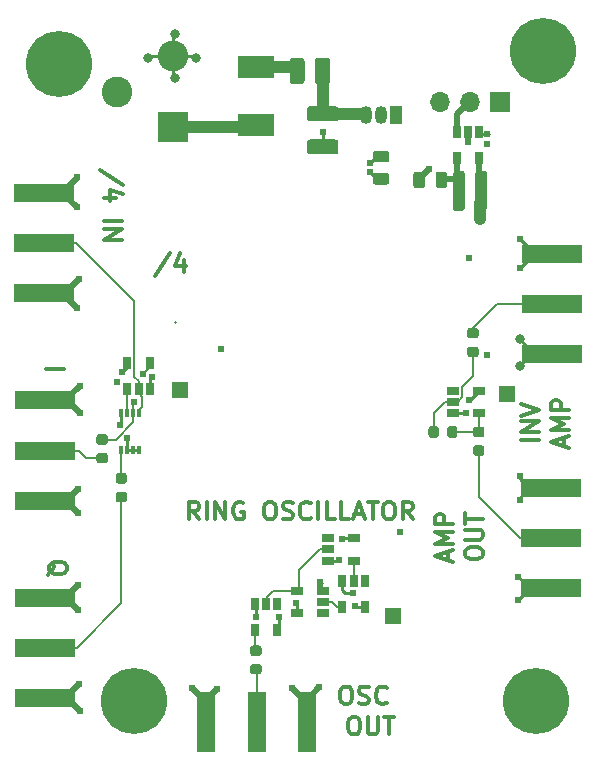
<source format=gbr>
G04 #@! TF.GenerationSoftware,KiCad,Pcbnew,(5.1.5)-3*
G04 #@! TF.CreationDate,2020-05-10T15:52:49-07:00*
G04 #@! TF.ProjectId,april_proj,61707269-6c5f-4707-926f-6a2e6b696361,rev?*
G04 #@! TF.SameCoordinates,Original*
G04 #@! TF.FileFunction,Copper,L1,Top*
G04 #@! TF.FilePolarity,Positive*
%FSLAX46Y46*%
G04 Gerber Fmt 4.6, Leading zero omitted, Abs format (unit mm)*
G04 Created by KiCad (PCBNEW (5.1.5)-3) date 2020-05-10 15:52:49*
%MOMM*%
%LPD*%
G04 APERTURE LIST*
%ADD10C,0.300000*%
%ADD11C,5.599999*%
%ADD12R,1.500000X5.080000*%
%ADD13C,0.100000*%
%ADD14R,0.650000X1.060000*%
%ADD15R,0.300000X0.800000*%
%ADD16R,5.080000X1.500000*%
%ADD17R,1.350000X1.350000*%
%ADD18O,1.700000X1.700000*%
%ADD19R,1.700000X1.700000*%
%ADD20R,1.060000X0.650000*%
%ADD21R,3.150000X1.960000*%
%ADD22C,2.600000*%
%ADD23R,2.600000X2.600000*%
%ADD24O,1.050000X1.500000*%
%ADD25R,1.050000X1.500000*%
%ADD26C,0.609600*%
%ADD27C,0.800000*%
%ADD28C,0.250000*%
%ADD29C,0.293370*%
%ADD30C,0.500000*%
%ADD31C,1.000000*%
%ADD32C,0.146812*%
G04 APERTURE END LIST*
D10*
X33053571Y-68196428D02*
X33125000Y-68053571D01*
X33267857Y-67910714D01*
X33482142Y-67696428D01*
X33553571Y-67553571D01*
X33553571Y-67410714D01*
X33196428Y-67482142D02*
X33267857Y-67339285D01*
X33410714Y-67196428D01*
X33696428Y-67125000D01*
X34196428Y-67125000D01*
X34482142Y-67196428D01*
X34625000Y-67339285D01*
X34696428Y-67482142D01*
X34696428Y-67767857D01*
X34625000Y-67910714D01*
X34482142Y-68053571D01*
X34196428Y-68125000D01*
X33696428Y-68125000D01*
X33410714Y-68053571D01*
X33267857Y-67910714D01*
X33196428Y-67767857D01*
X33196428Y-67482142D01*
X39392857Y-35164285D02*
X37464285Y-33878571D01*
X38821428Y-36307142D02*
X37821428Y-36307142D01*
X39392857Y-35950000D02*
X38321428Y-35592857D01*
X38321428Y-36521428D01*
X37821428Y-38235714D02*
X39321428Y-38235714D01*
X37821428Y-38950000D02*
X39321428Y-38950000D01*
X37821428Y-39807142D01*
X39321428Y-39807142D01*
X32896428Y-50750000D02*
X34396428Y-50750000D01*
X58171428Y-77653571D02*
X58457142Y-77653571D01*
X58600000Y-77725000D01*
X58742857Y-77867857D01*
X58814285Y-78153571D01*
X58814285Y-78653571D01*
X58742857Y-78939285D01*
X58600000Y-79082142D01*
X58457142Y-79153571D01*
X58171428Y-79153571D01*
X58028571Y-79082142D01*
X57885714Y-78939285D01*
X57814285Y-78653571D01*
X57814285Y-78153571D01*
X57885714Y-77867857D01*
X58028571Y-77725000D01*
X58171428Y-77653571D01*
X59385714Y-79082142D02*
X59600000Y-79153571D01*
X59957142Y-79153571D01*
X60100000Y-79082142D01*
X60171428Y-79010714D01*
X60242857Y-78867857D01*
X60242857Y-78725000D01*
X60171428Y-78582142D01*
X60100000Y-78510714D01*
X59957142Y-78439285D01*
X59671428Y-78367857D01*
X59528571Y-78296428D01*
X59457142Y-78225000D01*
X59385714Y-78082142D01*
X59385714Y-77939285D01*
X59457142Y-77796428D01*
X59528571Y-77725000D01*
X59671428Y-77653571D01*
X60028571Y-77653571D01*
X60242857Y-77725000D01*
X61742857Y-79010714D02*
X61671428Y-79082142D01*
X61457142Y-79153571D01*
X61314285Y-79153571D01*
X61100000Y-79082142D01*
X60957142Y-78939285D01*
X60885714Y-78796428D01*
X60814285Y-78510714D01*
X60814285Y-78296428D01*
X60885714Y-78010714D01*
X60957142Y-77867857D01*
X61100000Y-77725000D01*
X61314285Y-77653571D01*
X61457142Y-77653571D01*
X61671428Y-77725000D01*
X61742857Y-77796428D01*
X58850000Y-80203571D02*
X59135714Y-80203571D01*
X59278571Y-80275000D01*
X59421428Y-80417857D01*
X59492857Y-80703571D01*
X59492857Y-81203571D01*
X59421428Y-81489285D01*
X59278571Y-81632142D01*
X59135714Y-81703571D01*
X58850000Y-81703571D01*
X58707142Y-81632142D01*
X58564285Y-81489285D01*
X58492857Y-81203571D01*
X58492857Y-80703571D01*
X58564285Y-80417857D01*
X58707142Y-80275000D01*
X58850000Y-80203571D01*
X60135714Y-80203571D02*
X60135714Y-81417857D01*
X60207142Y-81560714D01*
X60278571Y-81632142D01*
X60421428Y-81703571D01*
X60707142Y-81703571D01*
X60850000Y-81632142D01*
X60921428Y-81560714D01*
X60992857Y-81417857D01*
X60992857Y-80203571D01*
X61492857Y-80203571D02*
X62350000Y-80203571D01*
X61921428Y-81703571D02*
X61921428Y-80203571D01*
X66925000Y-66964285D02*
X66925000Y-66250000D01*
X67353571Y-67107142D02*
X65853571Y-66607142D01*
X67353571Y-66107142D01*
X67353571Y-65607142D02*
X65853571Y-65607142D01*
X66925000Y-65107142D01*
X65853571Y-64607142D01*
X67353571Y-64607142D01*
X67353571Y-63892857D02*
X65853571Y-63892857D01*
X65853571Y-63321428D01*
X65925000Y-63178571D01*
X65996428Y-63107142D01*
X66139285Y-63035714D01*
X66353571Y-63035714D01*
X66496428Y-63107142D01*
X66567857Y-63178571D01*
X66639285Y-63321428D01*
X66639285Y-63892857D01*
X68403571Y-66500000D02*
X68403571Y-66214285D01*
X68475000Y-66071428D01*
X68617857Y-65928571D01*
X68903571Y-65857142D01*
X69403571Y-65857142D01*
X69689285Y-65928571D01*
X69832142Y-66071428D01*
X69903571Y-66214285D01*
X69903571Y-66500000D01*
X69832142Y-66642857D01*
X69689285Y-66785714D01*
X69403571Y-66857142D01*
X68903571Y-66857142D01*
X68617857Y-66785714D01*
X68475000Y-66642857D01*
X68403571Y-66500000D01*
X68403571Y-65214285D02*
X69617857Y-65214285D01*
X69760714Y-65142857D01*
X69832142Y-65071428D01*
X69903571Y-64928571D01*
X69903571Y-64642857D01*
X69832142Y-64500000D01*
X69760714Y-64428571D01*
X69617857Y-64357142D01*
X68403571Y-64357142D01*
X68403571Y-63857142D02*
X68403571Y-63000000D01*
X69903571Y-63428571D02*
X68403571Y-63428571D01*
X74628571Y-56778571D02*
X73128571Y-56778571D01*
X74628571Y-56064285D02*
X73128571Y-56064285D01*
X74628571Y-55207142D01*
X73128571Y-55207142D01*
X73128571Y-54707142D02*
X74628571Y-54207142D01*
X73128571Y-53707142D01*
X76750000Y-57314285D02*
X76750000Y-56600000D01*
X77178571Y-57457142D02*
X75678571Y-56957142D01*
X77178571Y-56457142D01*
X77178571Y-55957142D02*
X75678571Y-55957142D01*
X76750000Y-55457142D01*
X75678571Y-54957142D01*
X77178571Y-54957142D01*
X77178571Y-54242857D02*
X75678571Y-54242857D01*
X75678571Y-53671428D01*
X75750000Y-53528571D01*
X75821428Y-53457142D01*
X75964285Y-53385714D01*
X76178571Y-53385714D01*
X76321428Y-53457142D01*
X76392857Y-53528571D01*
X76464285Y-53671428D01*
X76464285Y-54242857D01*
X43428571Y-40982142D02*
X42142857Y-42910714D01*
X44571428Y-41553571D02*
X44571428Y-42553571D01*
X44214285Y-40982142D02*
X43857142Y-42053571D01*
X44785714Y-42053571D01*
X45878571Y-63503571D02*
X45378571Y-62789285D01*
X45021428Y-63503571D02*
X45021428Y-62003571D01*
X45592857Y-62003571D01*
X45735714Y-62075000D01*
X45807142Y-62146428D01*
X45878571Y-62289285D01*
X45878571Y-62503571D01*
X45807142Y-62646428D01*
X45735714Y-62717857D01*
X45592857Y-62789285D01*
X45021428Y-62789285D01*
X46521428Y-63503571D02*
X46521428Y-62003571D01*
X47235714Y-63503571D02*
X47235714Y-62003571D01*
X48092857Y-63503571D01*
X48092857Y-62003571D01*
X49592857Y-62075000D02*
X49450000Y-62003571D01*
X49235714Y-62003571D01*
X49021428Y-62075000D01*
X48878571Y-62217857D01*
X48807142Y-62360714D01*
X48735714Y-62646428D01*
X48735714Y-62860714D01*
X48807142Y-63146428D01*
X48878571Y-63289285D01*
X49021428Y-63432142D01*
X49235714Y-63503571D01*
X49378571Y-63503571D01*
X49592857Y-63432142D01*
X49664285Y-63360714D01*
X49664285Y-62860714D01*
X49378571Y-62860714D01*
X51735714Y-62003571D02*
X52021428Y-62003571D01*
X52164285Y-62075000D01*
X52307142Y-62217857D01*
X52378571Y-62503571D01*
X52378571Y-63003571D01*
X52307142Y-63289285D01*
X52164285Y-63432142D01*
X52021428Y-63503571D01*
X51735714Y-63503571D01*
X51592857Y-63432142D01*
X51450000Y-63289285D01*
X51378571Y-63003571D01*
X51378571Y-62503571D01*
X51450000Y-62217857D01*
X51592857Y-62075000D01*
X51735714Y-62003571D01*
X52950000Y-63432142D02*
X53164285Y-63503571D01*
X53521428Y-63503571D01*
X53664285Y-63432142D01*
X53735714Y-63360714D01*
X53807142Y-63217857D01*
X53807142Y-63075000D01*
X53735714Y-62932142D01*
X53664285Y-62860714D01*
X53521428Y-62789285D01*
X53235714Y-62717857D01*
X53092857Y-62646428D01*
X53021428Y-62575000D01*
X52950000Y-62432142D01*
X52950000Y-62289285D01*
X53021428Y-62146428D01*
X53092857Y-62075000D01*
X53235714Y-62003571D01*
X53592857Y-62003571D01*
X53807142Y-62075000D01*
X55307142Y-63360714D02*
X55235714Y-63432142D01*
X55021428Y-63503571D01*
X54878571Y-63503571D01*
X54664285Y-63432142D01*
X54521428Y-63289285D01*
X54450000Y-63146428D01*
X54378571Y-62860714D01*
X54378571Y-62646428D01*
X54450000Y-62360714D01*
X54521428Y-62217857D01*
X54664285Y-62075000D01*
X54878571Y-62003571D01*
X55021428Y-62003571D01*
X55235714Y-62075000D01*
X55307142Y-62146428D01*
X55950000Y-63503571D02*
X55950000Y-62003571D01*
X57378571Y-63503571D02*
X56664285Y-63503571D01*
X56664285Y-62003571D01*
X58592857Y-63503571D02*
X57878571Y-63503571D01*
X57878571Y-62003571D01*
X59021428Y-63075000D02*
X59735714Y-63075000D01*
X58878571Y-63503571D02*
X59378571Y-62003571D01*
X59878571Y-63503571D01*
X60164285Y-62003571D02*
X61021428Y-62003571D01*
X60592857Y-63503571D02*
X60592857Y-62003571D01*
X61807142Y-62003571D02*
X62092857Y-62003571D01*
X62235714Y-62075000D01*
X62378571Y-62217857D01*
X62450000Y-62503571D01*
X62450000Y-63003571D01*
X62378571Y-63289285D01*
X62235714Y-63432142D01*
X62092857Y-63503571D01*
X61807142Y-63503571D01*
X61664285Y-63432142D01*
X61521428Y-63289285D01*
X61450000Y-63003571D01*
X61450000Y-62503571D01*
X61521428Y-62217857D01*
X61664285Y-62075000D01*
X61807142Y-62003571D01*
X63950000Y-63503571D02*
X63450000Y-62789285D01*
X63092857Y-63503571D02*
X63092857Y-62003571D01*
X63664285Y-62003571D01*
X63807142Y-62075000D01*
X63878571Y-62146428D01*
X63950000Y-62289285D01*
X63950000Y-62503571D01*
X63878571Y-62646428D01*
X63807142Y-62717857D01*
X63664285Y-62789285D01*
X63092857Y-62789285D01*
D11*
X74950000Y-23875000D03*
X40375000Y-78875000D03*
X74375000Y-78875000D03*
X33975000Y-24925000D03*
D12*
X50725000Y-80625000D03*
X54975000Y-80625000D03*
X46475000Y-80625000D03*
G04 #@! TA.AperFunction,SMDPad,CuDef*
D13*
G36*
X69327691Y-48876053D02*
G01*
X69348926Y-48879203D01*
X69369750Y-48884419D01*
X69389962Y-48891651D01*
X69409368Y-48900830D01*
X69427781Y-48911866D01*
X69445024Y-48924654D01*
X69460930Y-48939070D01*
X69475346Y-48954976D01*
X69488134Y-48972219D01*
X69499170Y-48990632D01*
X69508349Y-49010038D01*
X69515581Y-49030250D01*
X69520797Y-49051074D01*
X69523947Y-49072309D01*
X69525000Y-49093750D01*
X69525000Y-49531250D01*
X69523947Y-49552691D01*
X69520797Y-49573926D01*
X69515581Y-49594750D01*
X69508349Y-49614962D01*
X69499170Y-49634368D01*
X69488134Y-49652781D01*
X69475346Y-49670024D01*
X69460930Y-49685930D01*
X69445024Y-49700346D01*
X69427781Y-49713134D01*
X69409368Y-49724170D01*
X69389962Y-49733349D01*
X69369750Y-49740581D01*
X69348926Y-49745797D01*
X69327691Y-49748947D01*
X69306250Y-49750000D01*
X68793750Y-49750000D01*
X68772309Y-49748947D01*
X68751074Y-49745797D01*
X68730250Y-49740581D01*
X68710038Y-49733349D01*
X68690632Y-49724170D01*
X68672219Y-49713134D01*
X68654976Y-49700346D01*
X68639070Y-49685930D01*
X68624654Y-49670024D01*
X68611866Y-49652781D01*
X68600830Y-49634368D01*
X68591651Y-49614962D01*
X68584419Y-49594750D01*
X68579203Y-49573926D01*
X68576053Y-49552691D01*
X68575000Y-49531250D01*
X68575000Y-49093750D01*
X68576053Y-49072309D01*
X68579203Y-49051074D01*
X68584419Y-49030250D01*
X68591651Y-49010038D01*
X68600830Y-48990632D01*
X68611866Y-48972219D01*
X68624654Y-48954976D01*
X68639070Y-48939070D01*
X68654976Y-48924654D01*
X68672219Y-48911866D01*
X68690632Y-48900830D01*
X68710038Y-48891651D01*
X68730250Y-48884419D01*
X68751074Y-48879203D01*
X68772309Y-48876053D01*
X68793750Y-48875000D01*
X69306250Y-48875000D01*
X69327691Y-48876053D01*
G37*
G04 #@! TD.AperFunction*
G04 #@! TA.AperFunction,SMDPad,CuDef*
G36*
X69327691Y-47301053D02*
G01*
X69348926Y-47304203D01*
X69369750Y-47309419D01*
X69389962Y-47316651D01*
X69409368Y-47325830D01*
X69427781Y-47336866D01*
X69445024Y-47349654D01*
X69460930Y-47364070D01*
X69475346Y-47379976D01*
X69488134Y-47397219D01*
X69499170Y-47415632D01*
X69508349Y-47435038D01*
X69515581Y-47455250D01*
X69520797Y-47476074D01*
X69523947Y-47497309D01*
X69525000Y-47518750D01*
X69525000Y-47956250D01*
X69523947Y-47977691D01*
X69520797Y-47998926D01*
X69515581Y-48019750D01*
X69508349Y-48039962D01*
X69499170Y-48059368D01*
X69488134Y-48077781D01*
X69475346Y-48095024D01*
X69460930Y-48110930D01*
X69445024Y-48125346D01*
X69427781Y-48138134D01*
X69409368Y-48149170D01*
X69389962Y-48158349D01*
X69369750Y-48165581D01*
X69348926Y-48170797D01*
X69327691Y-48173947D01*
X69306250Y-48175000D01*
X68793750Y-48175000D01*
X68772309Y-48173947D01*
X68751074Y-48170797D01*
X68730250Y-48165581D01*
X68710038Y-48158349D01*
X68690632Y-48149170D01*
X68672219Y-48138134D01*
X68654976Y-48125346D01*
X68639070Y-48110930D01*
X68624654Y-48095024D01*
X68611866Y-48077781D01*
X68600830Y-48059368D01*
X68591651Y-48039962D01*
X68584419Y-48019750D01*
X68579203Y-47998926D01*
X68576053Y-47977691D01*
X68575000Y-47956250D01*
X68575000Y-47518750D01*
X68576053Y-47497309D01*
X68579203Y-47476074D01*
X68584419Y-47455250D01*
X68591651Y-47435038D01*
X68600830Y-47415632D01*
X68611866Y-47397219D01*
X68624654Y-47379976D01*
X68639070Y-47364070D01*
X68654976Y-47349654D01*
X68672219Y-47336866D01*
X68690632Y-47325830D01*
X68710038Y-47316651D01*
X68730250Y-47309419D01*
X68751074Y-47304203D01*
X68772309Y-47301053D01*
X68793750Y-47300000D01*
X69306250Y-47300000D01*
X69327691Y-47301053D01*
G37*
G04 #@! TD.AperFunction*
G04 #@! TA.AperFunction,SMDPad,CuDef*
G36*
X37927691Y-56301053D02*
G01*
X37948926Y-56304203D01*
X37969750Y-56309419D01*
X37989962Y-56316651D01*
X38009368Y-56325830D01*
X38027781Y-56336866D01*
X38045024Y-56349654D01*
X38060930Y-56364070D01*
X38075346Y-56379976D01*
X38088134Y-56397219D01*
X38099170Y-56415632D01*
X38108349Y-56435038D01*
X38115581Y-56455250D01*
X38120797Y-56476074D01*
X38123947Y-56497309D01*
X38125000Y-56518750D01*
X38125000Y-56956250D01*
X38123947Y-56977691D01*
X38120797Y-56998926D01*
X38115581Y-57019750D01*
X38108349Y-57039962D01*
X38099170Y-57059368D01*
X38088134Y-57077781D01*
X38075346Y-57095024D01*
X38060930Y-57110930D01*
X38045024Y-57125346D01*
X38027781Y-57138134D01*
X38009368Y-57149170D01*
X37989962Y-57158349D01*
X37969750Y-57165581D01*
X37948926Y-57170797D01*
X37927691Y-57173947D01*
X37906250Y-57175000D01*
X37393750Y-57175000D01*
X37372309Y-57173947D01*
X37351074Y-57170797D01*
X37330250Y-57165581D01*
X37310038Y-57158349D01*
X37290632Y-57149170D01*
X37272219Y-57138134D01*
X37254976Y-57125346D01*
X37239070Y-57110930D01*
X37224654Y-57095024D01*
X37211866Y-57077781D01*
X37200830Y-57059368D01*
X37191651Y-57039962D01*
X37184419Y-57019750D01*
X37179203Y-56998926D01*
X37176053Y-56977691D01*
X37175000Y-56956250D01*
X37175000Y-56518750D01*
X37176053Y-56497309D01*
X37179203Y-56476074D01*
X37184419Y-56455250D01*
X37191651Y-56435038D01*
X37200830Y-56415632D01*
X37211866Y-56397219D01*
X37224654Y-56379976D01*
X37239070Y-56364070D01*
X37254976Y-56349654D01*
X37272219Y-56336866D01*
X37290632Y-56325830D01*
X37310038Y-56316651D01*
X37330250Y-56309419D01*
X37351074Y-56304203D01*
X37372309Y-56301053D01*
X37393750Y-56300000D01*
X37906250Y-56300000D01*
X37927691Y-56301053D01*
G37*
G04 #@! TD.AperFunction*
G04 #@! TA.AperFunction,SMDPad,CuDef*
G36*
X37927691Y-57876053D02*
G01*
X37948926Y-57879203D01*
X37969750Y-57884419D01*
X37989962Y-57891651D01*
X38009368Y-57900830D01*
X38027781Y-57911866D01*
X38045024Y-57924654D01*
X38060930Y-57939070D01*
X38075346Y-57954976D01*
X38088134Y-57972219D01*
X38099170Y-57990632D01*
X38108349Y-58010038D01*
X38115581Y-58030250D01*
X38120797Y-58051074D01*
X38123947Y-58072309D01*
X38125000Y-58093750D01*
X38125000Y-58531250D01*
X38123947Y-58552691D01*
X38120797Y-58573926D01*
X38115581Y-58594750D01*
X38108349Y-58614962D01*
X38099170Y-58634368D01*
X38088134Y-58652781D01*
X38075346Y-58670024D01*
X38060930Y-58685930D01*
X38045024Y-58700346D01*
X38027781Y-58713134D01*
X38009368Y-58724170D01*
X37989962Y-58733349D01*
X37969750Y-58740581D01*
X37948926Y-58745797D01*
X37927691Y-58748947D01*
X37906250Y-58750000D01*
X37393750Y-58750000D01*
X37372309Y-58748947D01*
X37351074Y-58745797D01*
X37330250Y-58740581D01*
X37310038Y-58733349D01*
X37290632Y-58724170D01*
X37272219Y-58713134D01*
X37254976Y-58700346D01*
X37239070Y-58685930D01*
X37224654Y-58670024D01*
X37211866Y-58652781D01*
X37200830Y-58634368D01*
X37191651Y-58614962D01*
X37184419Y-58594750D01*
X37179203Y-58573926D01*
X37176053Y-58552691D01*
X37175000Y-58531250D01*
X37175000Y-58093750D01*
X37176053Y-58072309D01*
X37179203Y-58051074D01*
X37184419Y-58030250D01*
X37191651Y-58010038D01*
X37200830Y-57990632D01*
X37211866Y-57972219D01*
X37224654Y-57954976D01*
X37239070Y-57939070D01*
X37254976Y-57924654D01*
X37272219Y-57911866D01*
X37290632Y-57900830D01*
X37310038Y-57891651D01*
X37330250Y-57884419D01*
X37351074Y-57879203D01*
X37372309Y-57876053D01*
X37393750Y-57875000D01*
X37906250Y-57875000D01*
X37927691Y-57876053D01*
G37*
G04 #@! TD.AperFunction*
D14*
X39791852Y-50232107D03*
X41691852Y-50232107D03*
X41691852Y-52432107D03*
X40741852Y-52432107D03*
X39791852Y-52432107D03*
D15*
X40775000Y-57600000D03*
X40275000Y-57600000D03*
X39775000Y-57600000D03*
X39275000Y-57600000D03*
X39275000Y-54500000D03*
X39775000Y-54500000D03*
X40275000Y-54500000D03*
X40775000Y-54500000D03*
G04 #@! TA.AperFunction,SMDPad,CuDef*
D13*
G36*
X39552691Y-59588553D02*
G01*
X39573926Y-59591703D01*
X39594750Y-59596919D01*
X39614962Y-59604151D01*
X39634368Y-59613330D01*
X39652781Y-59624366D01*
X39670024Y-59637154D01*
X39685930Y-59651570D01*
X39700346Y-59667476D01*
X39713134Y-59684719D01*
X39724170Y-59703132D01*
X39733349Y-59722538D01*
X39740581Y-59742750D01*
X39745797Y-59763574D01*
X39748947Y-59784809D01*
X39750000Y-59806250D01*
X39750000Y-60243750D01*
X39748947Y-60265191D01*
X39745797Y-60286426D01*
X39740581Y-60307250D01*
X39733349Y-60327462D01*
X39724170Y-60346868D01*
X39713134Y-60365281D01*
X39700346Y-60382524D01*
X39685930Y-60398430D01*
X39670024Y-60412846D01*
X39652781Y-60425634D01*
X39634368Y-60436670D01*
X39614962Y-60445849D01*
X39594750Y-60453081D01*
X39573926Y-60458297D01*
X39552691Y-60461447D01*
X39531250Y-60462500D01*
X39018750Y-60462500D01*
X38997309Y-60461447D01*
X38976074Y-60458297D01*
X38955250Y-60453081D01*
X38935038Y-60445849D01*
X38915632Y-60436670D01*
X38897219Y-60425634D01*
X38879976Y-60412846D01*
X38864070Y-60398430D01*
X38849654Y-60382524D01*
X38836866Y-60365281D01*
X38825830Y-60346868D01*
X38816651Y-60327462D01*
X38809419Y-60307250D01*
X38804203Y-60286426D01*
X38801053Y-60265191D01*
X38800000Y-60243750D01*
X38800000Y-59806250D01*
X38801053Y-59784809D01*
X38804203Y-59763574D01*
X38809419Y-59742750D01*
X38816651Y-59722538D01*
X38825830Y-59703132D01*
X38836866Y-59684719D01*
X38849654Y-59667476D01*
X38864070Y-59651570D01*
X38879976Y-59637154D01*
X38897219Y-59624366D01*
X38915632Y-59613330D01*
X38935038Y-59604151D01*
X38955250Y-59596919D01*
X38976074Y-59591703D01*
X38997309Y-59588553D01*
X39018750Y-59587500D01*
X39531250Y-59587500D01*
X39552691Y-59588553D01*
G37*
G04 #@! TD.AperFunction*
G04 #@! TA.AperFunction,SMDPad,CuDef*
G36*
X39552691Y-61163553D02*
G01*
X39573926Y-61166703D01*
X39594750Y-61171919D01*
X39614962Y-61179151D01*
X39634368Y-61188330D01*
X39652781Y-61199366D01*
X39670024Y-61212154D01*
X39685930Y-61226570D01*
X39700346Y-61242476D01*
X39713134Y-61259719D01*
X39724170Y-61278132D01*
X39733349Y-61297538D01*
X39740581Y-61317750D01*
X39745797Y-61338574D01*
X39748947Y-61359809D01*
X39750000Y-61381250D01*
X39750000Y-61818750D01*
X39748947Y-61840191D01*
X39745797Y-61861426D01*
X39740581Y-61882250D01*
X39733349Y-61902462D01*
X39724170Y-61921868D01*
X39713134Y-61940281D01*
X39700346Y-61957524D01*
X39685930Y-61973430D01*
X39670024Y-61987846D01*
X39652781Y-62000634D01*
X39634368Y-62011670D01*
X39614962Y-62020849D01*
X39594750Y-62028081D01*
X39573926Y-62033297D01*
X39552691Y-62036447D01*
X39531250Y-62037500D01*
X39018750Y-62037500D01*
X38997309Y-62036447D01*
X38976074Y-62033297D01*
X38955250Y-62028081D01*
X38935038Y-62020849D01*
X38915632Y-62011670D01*
X38897219Y-62000634D01*
X38879976Y-61987846D01*
X38864070Y-61973430D01*
X38849654Y-61957524D01*
X38836866Y-61940281D01*
X38825830Y-61921868D01*
X38816651Y-61902462D01*
X38809419Y-61882250D01*
X38804203Y-61861426D01*
X38801053Y-61840191D01*
X38800000Y-61818750D01*
X38800000Y-61381250D01*
X38801053Y-61359809D01*
X38804203Y-61338574D01*
X38809419Y-61317750D01*
X38816651Y-61297538D01*
X38825830Y-61278132D01*
X38836866Y-61259719D01*
X38849654Y-61242476D01*
X38864070Y-61226570D01*
X38879976Y-61212154D01*
X38897219Y-61199366D01*
X38915632Y-61188330D01*
X38935038Y-61179151D01*
X38955250Y-61171919D01*
X38976074Y-61166703D01*
X38997309Y-61163553D01*
X39018750Y-61162500D01*
X39531250Y-61162500D01*
X39552691Y-61163553D01*
G37*
G04 #@! TD.AperFunction*
D16*
X32825000Y-74375000D03*
X32825000Y-78625000D03*
X32825000Y-70125000D03*
D17*
X71950000Y-52900000D03*
X62300000Y-71700000D03*
X44225000Y-52550000D03*
D18*
X66295000Y-28125000D03*
X68835000Y-28125000D03*
D19*
X71375000Y-28125000D03*
D20*
X56350000Y-71450000D03*
X56350000Y-70500000D03*
X56350000Y-69550000D03*
X54150000Y-69550000D03*
X54150000Y-71450000D03*
D14*
X52475000Y-70675000D03*
X51525000Y-70675000D03*
X50575000Y-70675000D03*
X50575000Y-72875000D03*
X52475000Y-72875000D03*
D21*
X50675000Y-25175000D03*
X50675000Y-30085000D03*
G04 #@! TA.AperFunction,SMDPad,CuDef*
D13*
G36*
X50952691Y-74176053D02*
G01*
X50973926Y-74179203D01*
X50994750Y-74184419D01*
X51014962Y-74191651D01*
X51034368Y-74200830D01*
X51052781Y-74211866D01*
X51070024Y-74224654D01*
X51085930Y-74239070D01*
X51100346Y-74254976D01*
X51113134Y-74272219D01*
X51124170Y-74290632D01*
X51133349Y-74310038D01*
X51140581Y-74330250D01*
X51145797Y-74351074D01*
X51148947Y-74372309D01*
X51150000Y-74393750D01*
X51150000Y-74831250D01*
X51148947Y-74852691D01*
X51145797Y-74873926D01*
X51140581Y-74894750D01*
X51133349Y-74914962D01*
X51124170Y-74934368D01*
X51113134Y-74952781D01*
X51100346Y-74970024D01*
X51085930Y-74985930D01*
X51070024Y-75000346D01*
X51052781Y-75013134D01*
X51034368Y-75024170D01*
X51014962Y-75033349D01*
X50994750Y-75040581D01*
X50973926Y-75045797D01*
X50952691Y-75048947D01*
X50931250Y-75050000D01*
X50418750Y-75050000D01*
X50397309Y-75048947D01*
X50376074Y-75045797D01*
X50355250Y-75040581D01*
X50335038Y-75033349D01*
X50315632Y-75024170D01*
X50297219Y-75013134D01*
X50279976Y-75000346D01*
X50264070Y-74985930D01*
X50249654Y-74970024D01*
X50236866Y-74952781D01*
X50225830Y-74934368D01*
X50216651Y-74914962D01*
X50209419Y-74894750D01*
X50204203Y-74873926D01*
X50201053Y-74852691D01*
X50200000Y-74831250D01*
X50200000Y-74393750D01*
X50201053Y-74372309D01*
X50204203Y-74351074D01*
X50209419Y-74330250D01*
X50216651Y-74310038D01*
X50225830Y-74290632D01*
X50236866Y-74272219D01*
X50249654Y-74254976D01*
X50264070Y-74239070D01*
X50279976Y-74224654D01*
X50297219Y-74211866D01*
X50315632Y-74200830D01*
X50335038Y-74191651D01*
X50355250Y-74184419D01*
X50376074Y-74179203D01*
X50397309Y-74176053D01*
X50418750Y-74175000D01*
X50931250Y-74175000D01*
X50952691Y-74176053D01*
G37*
G04 #@! TD.AperFunction*
G04 #@! TA.AperFunction,SMDPad,CuDef*
G36*
X50952691Y-75751053D02*
G01*
X50973926Y-75754203D01*
X50994750Y-75759419D01*
X51014962Y-75766651D01*
X51034368Y-75775830D01*
X51052781Y-75786866D01*
X51070024Y-75799654D01*
X51085930Y-75814070D01*
X51100346Y-75829976D01*
X51113134Y-75847219D01*
X51124170Y-75865632D01*
X51133349Y-75885038D01*
X51140581Y-75905250D01*
X51145797Y-75926074D01*
X51148947Y-75947309D01*
X51150000Y-75968750D01*
X51150000Y-76406250D01*
X51148947Y-76427691D01*
X51145797Y-76448926D01*
X51140581Y-76469750D01*
X51133349Y-76489962D01*
X51124170Y-76509368D01*
X51113134Y-76527781D01*
X51100346Y-76545024D01*
X51085930Y-76560930D01*
X51070024Y-76575346D01*
X51052781Y-76588134D01*
X51034368Y-76599170D01*
X51014962Y-76608349D01*
X50994750Y-76615581D01*
X50973926Y-76620797D01*
X50952691Y-76623947D01*
X50931250Y-76625000D01*
X50418750Y-76625000D01*
X50397309Y-76623947D01*
X50376074Y-76620797D01*
X50355250Y-76615581D01*
X50335038Y-76608349D01*
X50315632Y-76599170D01*
X50297219Y-76588134D01*
X50279976Y-76575346D01*
X50264070Y-76560930D01*
X50249654Y-76545024D01*
X50236866Y-76527781D01*
X50225830Y-76509368D01*
X50216651Y-76489962D01*
X50209419Y-76469750D01*
X50204203Y-76448926D01*
X50201053Y-76427691D01*
X50200000Y-76406250D01*
X50200000Y-75968750D01*
X50201053Y-75947309D01*
X50204203Y-75926074D01*
X50209419Y-75905250D01*
X50216651Y-75885038D01*
X50225830Y-75865632D01*
X50236866Y-75847219D01*
X50249654Y-75829976D01*
X50264070Y-75814070D01*
X50279976Y-75799654D01*
X50297219Y-75786866D01*
X50315632Y-75775830D01*
X50335038Y-75766651D01*
X50355250Y-75759419D01*
X50376074Y-75754203D01*
X50397309Y-75751053D01*
X50418750Y-75750000D01*
X50931250Y-75750000D01*
X50952691Y-75751053D01*
G37*
G04 #@! TD.AperFunction*
G04 #@! TA.AperFunction,SMDPad,CuDef*
G36*
X56714504Y-24431204D02*
G01*
X56738773Y-24434804D01*
X56762571Y-24440765D01*
X56785671Y-24449030D01*
X56807849Y-24459520D01*
X56828893Y-24472133D01*
X56848598Y-24486747D01*
X56866777Y-24503223D01*
X56883253Y-24521402D01*
X56897867Y-24541107D01*
X56910480Y-24562151D01*
X56920970Y-24584329D01*
X56929235Y-24607429D01*
X56935196Y-24631227D01*
X56938796Y-24655496D01*
X56940000Y-24680000D01*
X56940000Y-26380000D01*
X56938796Y-26404504D01*
X56935196Y-26428773D01*
X56929235Y-26452571D01*
X56920970Y-26475671D01*
X56910480Y-26497849D01*
X56897867Y-26518893D01*
X56883253Y-26538598D01*
X56866777Y-26556777D01*
X56848598Y-26573253D01*
X56828893Y-26587867D01*
X56807849Y-26600480D01*
X56785671Y-26610970D01*
X56762571Y-26619235D01*
X56738773Y-26625196D01*
X56714504Y-26628796D01*
X56690000Y-26630000D01*
X55940000Y-26630000D01*
X55915496Y-26628796D01*
X55891227Y-26625196D01*
X55867429Y-26619235D01*
X55844329Y-26610970D01*
X55822151Y-26600480D01*
X55801107Y-26587867D01*
X55781402Y-26573253D01*
X55763223Y-26556777D01*
X55746747Y-26538598D01*
X55732133Y-26518893D01*
X55719520Y-26497849D01*
X55709030Y-26475671D01*
X55700765Y-26452571D01*
X55694804Y-26428773D01*
X55691204Y-26404504D01*
X55690000Y-26380000D01*
X55690000Y-24680000D01*
X55691204Y-24655496D01*
X55694804Y-24631227D01*
X55700765Y-24607429D01*
X55709030Y-24584329D01*
X55719520Y-24562151D01*
X55732133Y-24541107D01*
X55746747Y-24521402D01*
X55763223Y-24503223D01*
X55781402Y-24486747D01*
X55801107Y-24472133D01*
X55822151Y-24459520D01*
X55844329Y-24449030D01*
X55867429Y-24440765D01*
X55891227Y-24434804D01*
X55915496Y-24431204D01*
X55940000Y-24430000D01*
X56690000Y-24430000D01*
X56714504Y-24431204D01*
G37*
G04 #@! TD.AperFunction*
G04 #@! TA.AperFunction,SMDPad,CuDef*
G36*
X54564504Y-24431204D02*
G01*
X54588773Y-24434804D01*
X54612571Y-24440765D01*
X54635671Y-24449030D01*
X54657849Y-24459520D01*
X54678893Y-24472133D01*
X54698598Y-24486747D01*
X54716777Y-24503223D01*
X54733253Y-24521402D01*
X54747867Y-24541107D01*
X54760480Y-24562151D01*
X54770970Y-24584329D01*
X54779235Y-24607429D01*
X54785196Y-24631227D01*
X54788796Y-24655496D01*
X54790000Y-24680000D01*
X54790000Y-26380000D01*
X54788796Y-26404504D01*
X54785196Y-26428773D01*
X54779235Y-26452571D01*
X54770970Y-26475671D01*
X54760480Y-26497849D01*
X54747867Y-26518893D01*
X54733253Y-26538598D01*
X54716777Y-26556777D01*
X54698598Y-26573253D01*
X54678893Y-26587867D01*
X54657849Y-26600480D01*
X54635671Y-26610970D01*
X54612571Y-26619235D01*
X54588773Y-26625196D01*
X54564504Y-26628796D01*
X54540000Y-26630000D01*
X53790000Y-26630000D01*
X53765496Y-26628796D01*
X53741227Y-26625196D01*
X53717429Y-26619235D01*
X53694329Y-26610970D01*
X53672151Y-26600480D01*
X53651107Y-26587867D01*
X53631402Y-26573253D01*
X53613223Y-26556777D01*
X53596747Y-26538598D01*
X53582133Y-26518893D01*
X53569520Y-26497849D01*
X53559030Y-26475671D01*
X53550765Y-26452571D01*
X53544804Y-26428773D01*
X53541204Y-26404504D01*
X53540000Y-26380000D01*
X53540000Y-24680000D01*
X53541204Y-24655496D01*
X53544804Y-24631227D01*
X53550765Y-24607429D01*
X53559030Y-24584329D01*
X53569520Y-24562151D01*
X53582133Y-24541107D01*
X53596747Y-24521402D01*
X53613223Y-24503223D01*
X53631402Y-24486747D01*
X53651107Y-24472133D01*
X53672151Y-24459520D01*
X53694329Y-24449030D01*
X53717429Y-24440765D01*
X53741227Y-24434804D01*
X53765496Y-24431204D01*
X53790000Y-24430000D01*
X54540000Y-24430000D01*
X54564504Y-24431204D01*
G37*
G04 #@! TD.AperFunction*
G04 #@! TA.AperFunction,SMDPad,CuDef*
G36*
X57434504Y-31336205D02*
G01*
X57458773Y-31339805D01*
X57482571Y-31345766D01*
X57505671Y-31354031D01*
X57527849Y-31364521D01*
X57548893Y-31377134D01*
X57568598Y-31391748D01*
X57586777Y-31408224D01*
X57603253Y-31426403D01*
X57617867Y-31446108D01*
X57630480Y-31467152D01*
X57640970Y-31489330D01*
X57649235Y-31512430D01*
X57655196Y-31536228D01*
X57658796Y-31560497D01*
X57660000Y-31585001D01*
X57660000Y-32335001D01*
X57658796Y-32359505D01*
X57655196Y-32383774D01*
X57649235Y-32407572D01*
X57640970Y-32430672D01*
X57630480Y-32452850D01*
X57617867Y-32473894D01*
X57603253Y-32493599D01*
X57586777Y-32511778D01*
X57568598Y-32528254D01*
X57548893Y-32542868D01*
X57527849Y-32555481D01*
X57505671Y-32565971D01*
X57482571Y-32574236D01*
X57458773Y-32580197D01*
X57434504Y-32583797D01*
X57410000Y-32585001D01*
X55260000Y-32585001D01*
X55235496Y-32583797D01*
X55211227Y-32580197D01*
X55187429Y-32574236D01*
X55164329Y-32565971D01*
X55142151Y-32555481D01*
X55121107Y-32542868D01*
X55101402Y-32528254D01*
X55083223Y-32511778D01*
X55066747Y-32493599D01*
X55052133Y-32473894D01*
X55039520Y-32452850D01*
X55029030Y-32430672D01*
X55020765Y-32407572D01*
X55014804Y-32383774D01*
X55011204Y-32359505D01*
X55010000Y-32335001D01*
X55010000Y-31585001D01*
X55011204Y-31560497D01*
X55014804Y-31536228D01*
X55020765Y-31512430D01*
X55029030Y-31489330D01*
X55039520Y-31467152D01*
X55052133Y-31446108D01*
X55066747Y-31426403D01*
X55083223Y-31408224D01*
X55101402Y-31391748D01*
X55121107Y-31377134D01*
X55142151Y-31364521D01*
X55164329Y-31354031D01*
X55187429Y-31345766D01*
X55211227Y-31339805D01*
X55235496Y-31336205D01*
X55260000Y-31335001D01*
X57410000Y-31335001D01*
X57434504Y-31336205D01*
G37*
G04 #@! TD.AperFunction*
G04 #@! TA.AperFunction,SMDPad,CuDef*
G36*
X57434504Y-28536205D02*
G01*
X57458773Y-28539805D01*
X57482571Y-28545766D01*
X57505671Y-28554031D01*
X57527849Y-28564521D01*
X57548893Y-28577134D01*
X57568598Y-28591748D01*
X57586777Y-28608224D01*
X57603253Y-28626403D01*
X57617867Y-28646108D01*
X57630480Y-28667152D01*
X57640970Y-28689330D01*
X57649235Y-28712430D01*
X57655196Y-28736228D01*
X57658796Y-28760497D01*
X57660000Y-28785001D01*
X57660000Y-29535001D01*
X57658796Y-29559505D01*
X57655196Y-29583774D01*
X57649235Y-29607572D01*
X57640970Y-29630672D01*
X57630480Y-29652850D01*
X57617867Y-29673894D01*
X57603253Y-29693599D01*
X57586777Y-29711778D01*
X57568598Y-29728254D01*
X57548893Y-29742868D01*
X57527849Y-29755481D01*
X57505671Y-29765971D01*
X57482571Y-29774236D01*
X57458773Y-29780197D01*
X57434504Y-29783797D01*
X57410000Y-29785001D01*
X55260000Y-29785001D01*
X55235496Y-29783797D01*
X55211227Y-29780197D01*
X55187429Y-29774236D01*
X55164329Y-29765971D01*
X55142151Y-29755481D01*
X55121107Y-29742868D01*
X55101402Y-29728254D01*
X55083223Y-29711778D01*
X55066747Y-29693599D01*
X55052133Y-29673894D01*
X55039520Y-29652850D01*
X55029030Y-29630672D01*
X55020765Y-29607572D01*
X55014804Y-29583774D01*
X55011204Y-29559505D01*
X55010000Y-29535001D01*
X55010000Y-28785001D01*
X55011204Y-28760497D01*
X55014804Y-28736228D01*
X55020765Y-28712430D01*
X55029030Y-28689330D01*
X55039520Y-28667152D01*
X55052133Y-28646108D01*
X55066747Y-28626403D01*
X55083223Y-28608224D01*
X55101402Y-28591748D01*
X55121107Y-28577134D01*
X55142151Y-28564521D01*
X55164329Y-28554031D01*
X55187429Y-28545766D01*
X55211227Y-28539805D01*
X55235496Y-28536205D01*
X55260000Y-28535001D01*
X57410000Y-28535001D01*
X57434504Y-28536205D01*
G37*
G04 #@! TD.AperFunction*
G04 #@! TA.AperFunction,SMDPad,CuDef*
G36*
X69827691Y-55663553D02*
G01*
X69848926Y-55666703D01*
X69869750Y-55671919D01*
X69889962Y-55679151D01*
X69909368Y-55688330D01*
X69927781Y-55699366D01*
X69945024Y-55712154D01*
X69960930Y-55726570D01*
X69975346Y-55742476D01*
X69988134Y-55759719D01*
X69999170Y-55778132D01*
X70008349Y-55797538D01*
X70015581Y-55817750D01*
X70020797Y-55838574D01*
X70023947Y-55859809D01*
X70025000Y-55881250D01*
X70025000Y-56318750D01*
X70023947Y-56340191D01*
X70020797Y-56361426D01*
X70015581Y-56382250D01*
X70008349Y-56402462D01*
X69999170Y-56421868D01*
X69988134Y-56440281D01*
X69975346Y-56457524D01*
X69960930Y-56473430D01*
X69945024Y-56487846D01*
X69927781Y-56500634D01*
X69909368Y-56511670D01*
X69889962Y-56520849D01*
X69869750Y-56528081D01*
X69848926Y-56533297D01*
X69827691Y-56536447D01*
X69806250Y-56537500D01*
X69293750Y-56537500D01*
X69272309Y-56536447D01*
X69251074Y-56533297D01*
X69230250Y-56528081D01*
X69210038Y-56520849D01*
X69190632Y-56511670D01*
X69172219Y-56500634D01*
X69154976Y-56487846D01*
X69139070Y-56473430D01*
X69124654Y-56457524D01*
X69111866Y-56440281D01*
X69100830Y-56421868D01*
X69091651Y-56402462D01*
X69084419Y-56382250D01*
X69079203Y-56361426D01*
X69076053Y-56340191D01*
X69075000Y-56318750D01*
X69075000Y-55881250D01*
X69076053Y-55859809D01*
X69079203Y-55838574D01*
X69084419Y-55817750D01*
X69091651Y-55797538D01*
X69100830Y-55778132D01*
X69111866Y-55759719D01*
X69124654Y-55742476D01*
X69139070Y-55726570D01*
X69154976Y-55712154D01*
X69172219Y-55699366D01*
X69190632Y-55688330D01*
X69210038Y-55679151D01*
X69230250Y-55671919D01*
X69251074Y-55666703D01*
X69272309Y-55663553D01*
X69293750Y-55662500D01*
X69806250Y-55662500D01*
X69827691Y-55663553D01*
G37*
G04 #@! TD.AperFunction*
G04 #@! TA.AperFunction,SMDPad,CuDef*
G36*
X69827691Y-57238553D02*
G01*
X69848926Y-57241703D01*
X69869750Y-57246919D01*
X69889962Y-57254151D01*
X69909368Y-57263330D01*
X69927781Y-57274366D01*
X69945024Y-57287154D01*
X69960930Y-57301570D01*
X69975346Y-57317476D01*
X69988134Y-57334719D01*
X69999170Y-57353132D01*
X70008349Y-57372538D01*
X70015581Y-57392750D01*
X70020797Y-57413574D01*
X70023947Y-57434809D01*
X70025000Y-57456250D01*
X70025000Y-57893750D01*
X70023947Y-57915191D01*
X70020797Y-57936426D01*
X70015581Y-57957250D01*
X70008349Y-57977462D01*
X69999170Y-57996868D01*
X69988134Y-58015281D01*
X69975346Y-58032524D01*
X69960930Y-58048430D01*
X69945024Y-58062846D01*
X69927781Y-58075634D01*
X69909368Y-58086670D01*
X69889962Y-58095849D01*
X69869750Y-58103081D01*
X69848926Y-58108297D01*
X69827691Y-58111447D01*
X69806250Y-58112500D01*
X69293750Y-58112500D01*
X69272309Y-58111447D01*
X69251074Y-58108297D01*
X69230250Y-58103081D01*
X69210038Y-58095849D01*
X69190632Y-58086670D01*
X69172219Y-58075634D01*
X69154976Y-58062846D01*
X69139070Y-58048430D01*
X69124654Y-58032524D01*
X69111866Y-58015281D01*
X69100830Y-57996868D01*
X69091651Y-57977462D01*
X69084419Y-57957250D01*
X69079203Y-57936426D01*
X69076053Y-57915191D01*
X69075000Y-57893750D01*
X69075000Y-57456250D01*
X69076053Y-57434809D01*
X69079203Y-57413574D01*
X69084419Y-57392750D01*
X69091651Y-57372538D01*
X69100830Y-57353132D01*
X69111866Y-57334719D01*
X69124654Y-57317476D01*
X69139070Y-57301570D01*
X69154976Y-57287154D01*
X69172219Y-57274366D01*
X69190632Y-57263330D01*
X69210038Y-57254151D01*
X69230250Y-57246919D01*
X69251074Y-57241703D01*
X69272309Y-57238553D01*
X69293750Y-57237500D01*
X69806250Y-57237500D01*
X69827691Y-57238553D01*
G37*
G04 #@! TD.AperFunction*
G04 #@! TA.AperFunction,SMDPad,CuDef*
G36*
X65965191Y-55626053D02*
G01*
X65986426Y-55629203D01*
X66007250Y-55634419D01*
X66027462Y-55641651D01*
X66046868Y-55650830D01*
X66065281Y-55661866D01*
X66082524Y-55674654D01*
X66098430Y-55689070D01*
X66112846Y-55704976D01*
X66125634Y-55722219D01*
X66136670Y-55740632D01*
X66145849Y-55760038D01*
X66153081Y-55780250D01*
X66158297Y-55801074D01*
X66161447Y-55822309D01*
X66162500Y-55843750D01*
X66162500Y-56356250D01*
X66161447Y-56377691D01*
X66158297Y-56398926D01*
X66153081Y-56419750D01*
X66145849Y-56439962D01*
X66136670Y-56459368D01*
X66125634Y-56477781D01*
X66112846Y-56495024D01*
X66098430Y-56510930D01*
X66082524Y-56525346D01*
X66065281Y-56538134D01*
X66046868Y-56549170D01*
X66027462Y-56558349D01*
X66007250Y-56565581D01*
X65986426Y-56570797D01*
X65965191Y-56573947D01*
X65943750Y-56575000D01*
X65506250Y-56575000D01*
X65484809Y-56573947D01*
X65463574Y-56570797D01*
X65442750Y-56565581D01*
X65422538Y-56558349D01*
X65403132Y-56549170D01*
X65384719Y-56538134D01*
X65367476Y-56525346D01*
X65351570Y-56510930D01*
X65337154Y-56495024D01*
X65324366Y-56477781D01*
X65313330Y-56459368D01*
X65304151Y-56439962D01*
X65296919Y-56419750D01*
X65291703Y-56398926D01*
X65288553Y-56377691D01*
X65287500Y-56356250D01*
X65287500Y-55843750D01*
X65288553Y-55822309D01*
X65291703Y-55801074D01*
X65296919Y-55780250D01*
X65304151Y-55760038D01*
X65313330Y-55740632D01*
X65324366Y-55722219D01*
X65337154Y-55704976D01*
X65351570Y-55689070D01*
X65367476Y-55674654D01*
X65384719Y-55661866D01*
X65403132Y-55650830D01*
X65422538Y-55641651D01*
X65442750Y-55634419D01*
X65463574Y-55629203D01*
X65484809Y-55626053D01*
X65506250Y-55625000D01*
X65943750Y-55625000D01*
X65965191Y-55626053D01*
G37*
G04 #@! TD.AperFunction*
G04 #@! TA.AperFunction,SMDPad,CuDef*
G36*
X67540191Y-55626053D02*
G01*
X67561426Y-55629203D01*
X67582250Y-55634419D01*
X67602462Y-55641651D01*
X67621868Y-55650830D01*
X67640281Y-55661866D01*
X67657524Y-55674654D01*
X67673430Y-55689070D01*
X67687846Y-55704976D01*
X67700634Y-55722219D01*
X67711670Y-55740632D01*
X67720849Y-55760038D01*
X67728081Y-55780250D01*
X67733297Y-55801074D01*
X67736447Y-55822309D01*
X67737500Y-55843750D01*
X67737500Y-56356250D01*
X67736447Y-56377691D01*
X67733297Y-56398926D01*
X67728081Y-56419750D01*
X67720849Y-56439962D01*
X67711670Y-56459368D01*
X67700634Y-56477781D01*
X67687846Y-56495024D01*
X67673430Y-56510930D01*
X67657524Y-56525346D01*
X67640281Y-56538134D01*
X67621868Y-56549170D01*
X67602462Y-56558349D01*
X67582250Y-56565581D01*
X67561426Y-56570797D01*
X67540191Y-56573947D01*
X67518750Y-56575000D01*
X67081250Y-56575000D01*
X67059809Y-56573947D01*
X67038574Y-56570797D01*
X67017750Y-56565581D01*
X66997538Y-56558349D01*
X66978132Y-56549170D01*
X66959719Y-56538134D01*
X66942476Y-56525346D01*
X66926570Y-56510930D01*
X66912154Y-56495024D01*
X66899366Y-56477781D01*
X66888330Y-56459368D01*
X66879151Y-56439962D01*
X66871919Y-56419750D01*
X66866703Y-56398926D01*
X66863553Y-56377691D01*
X66862500Y-56356250D01*
X66862500Y-55843750D01*
X66863553Y-55822309D01*
X66866703Y-55801074D01*
X66871919Y-55780250D01*
X66879151Y-55760038D01*
X66888330Y-55740632D01*
X66899366Y-55722219D01*
X66912154Y-55704976D01*
X66926570Y-55689070D01*
X66942476Y-55674654D01*
X66959719Y-55661866D01*
X66978132Y-55650830D01*
X66997538Y-55641651D01*
X67017750Y-55634419D01*
X67038574Y-55629203D01*
X67059809Y-55626053D01*
X67081250Y-55625000D01*
X67518750Y-55625000D01*
X67540191Y-55626053D01*
G37*
G04 #@! TD.AperFunction*
D16*
X32750000Y-40075000D03*
X32750000Y-44325000D03*
X32750000Y-35825000D03*
X75700000Y-69350000D03*
X75700000Y-60850000D03*
X75700000Y-65100000D03*
D20*
X59001827Y-65086066D03*
X59001827Y-66986066D03*
X56801827Y-66986066D03*
X56801827Y-66036066D03*
X56801827Y-65086066D03*
D14*
X69600000Y-32925000D03*
X67700000Y-32925000D03*
X67700000Y-30725000D03*
X68650000Y-30725000D03*
X69600000Y-30725000D03*
D16*
X32800000Y-53425000D03*
X32800000Y-61925000D03*
X32800000Y-57675000D03*
G04 #@! TA.AperFunction,SMDPad,CuDef*
D13*
G36*
X61755142Y-32301174D02*
G01*
X61778803Y-32304684D01*
X61802007Y-32310496D01*
X61824529Y-32318554D01*
X61846153Y-32328782D01*
X61866670Y-32341079D01*
X61885883Y-32355329D01*
X61903607Y-32371393D01*
X61919671Y-32389117D01*
X61933921Y-32408330D01*
X61946218Y-32428847D01*
X61956446Y-32450471D01*
X61964504Y-32472993D01*
X61970316Y-32496197D01*
X61973826Y-32519858D01*
X61975000Y-32543750D01*
X61975000Y-33031250D01*
X61973826Y-33055142D01*
X61970316Y-33078803D01*
X61964504Y-33102007D01*
X61956446Y-33124529D01*
X61946218Y-33146153D01*
X61933921Y-33166670D01*
X61919671Y-33185883D01*
X61903607Y-33203607D01*
X61885883Y-33219671D01*
X61866670Y-33233921D01*
X61846153Y-33246218D01*
X61824529Y-33256446D01*
X61802007Y-33264504D01*
X61778803Y-33270316D01*
X61755142Y-33273826D01*
X61731250Y-33275000D01*
X60818750Y-33275000D01*
X60794858Y-33273826D01*
X60771197Y-33270316D01*
X60747993Y-33264504D01*
X60725471Y-33256446D01*
X60703847Y-33246218D01*
X60683330Y-33233921D01*
X60664117Y-33219671D01*
X60646393Y-33203607D01*
X60630329Y-33185883D01*
X60616079Y-33166670D01*
X60603782Y-33146153D01*
X60593554Y-33124529D01*
X60585496Y-33102007D01*
X60579684Y-33078803D01*
X60576174Y-33055142D01*
X60575000Y-33031250D01*
X60575000Y-32543750D01*
X60576174Y-32519858D01*
X60579684Y-32496197D01*
X60585496Y-32472993D01*
X60593554Y-32450471D01*
X60603782Y-32428847D01*
X60616079Y-32408330D01*
X60630329Y-32389117D01*
X60646393Y-32371393D01*
X60664117Y-32355329D01*
X60683330Y-32341079D01*
X60703847Y-32328782D01*
X60725471Y-32318554D01*
X60747993Y-32310496D01*
X60771197Y-32304684D01*
X60794858Y-32301174D01*
X60818750Y-32300000D01*
X61731250Y-32300000D01*
X61755142Y-32301174D01*
G37*
G04 #@! TD.AperFunction*
G04 #@! TA.AperFunction,SMDPad,CuDef*
G36*
X61755142Y-34176174D02*
G01*
X61778803Y-34179684D01*
X61802007Y-34185496D01*
X61824529Y-34193554D01*
X61846153Y-34203782D01*
X61866670Y-34216079D01*
X61885883Y-34230329D01*
X61903607Y-34246393D01*
X61919671Y-34264117D01*
X61933921Y-34283330D01*
X61946218Y-34303847D01*
X61956446Y-34325471D01*
X61964504Y-34347993D01*
X61970316Y-34371197D01*
X61973826Y-34394858D01*
X61975000Y-34418750D01*
X61975000Y-34906250D01*
X61973826Y-34930142D01*
X61970316Y-34953803D01*
X61964504Y-34977007D01*
X61956446Y-34999529D01*
X61946218Y-35021153D01*
X61933921Y-35041670D01*
X61919671Y-35060883D01*
X61903607Y-35078607D01*
X61885883Y-35094671D01*
X61866670Y-35108921D01*
X61846153Y-35121218D01*
X61824529Y-35131446D01*
X61802007Y-35139504D01*
X61778803Y-35145316D01*
X61755142Y-35148826D01*
X61731250Y-35150000D01*
X60818750Y-35150000D01*
X60794858Y-35148826D01*
X60771197Y-35145316D01*
X60747993Y-35139504D01*
X60725471Y-35131446D01*
X60703847Y-35121218D01*
X60683330Y-35108921D01*
X60664117Y-35094671D01*
X60646393Y-35078607D01*
X60630329Y-35060883D01*
X60616079Y-35041670D01*
X60603782Y-35021153D01*
X60593554Y-34999529D01*
X60585496Y-34977007D01*
X60579684Y-34953803D01*
X60576174Y-34930142D01*
X60575000Y-34906250D01*
X60575000Y-34418750D01*
X60576174Y-34394858D01*
X60579684Y-34371197D01*
X60585496Y-34347993D01*
X60593554Y-34325471D01*
X60603782Y-34303847D01*
X60616079Y-34283330D01*
X60630329Y-34264117D01*
X60646393Y-34246393D01*
X60664117Y-34230329D01*
X60683330Y-34216079D01*
X60703847Y-34203782D01*
X60725471Y-34193554D01*
X60747993Y-34185496D01*
X60771197Y-34179684D01*
X60794858Y-34176174D01*
X60818750Y-34175000D01*
X61731250Y-34175000D01*
X61755142Y-34176174D01*
G37*
G04 #@! TD.AperFunction*
G04 #@! TA.AperFunction,SMDPad,CuDef*
G36*
X68117642Y-36001174D02*
G01*
X68141303Y-36004684D01*
X68164507Y-36010496D01*
X68187029Y-36018554D01*
X68208653Y-36028782D01*
X68229170Y-36041079D01*
X68248383Y-36055329D01*
X68266107Y-36071393D01*
X68282171Y-36089117D01*
X68296421Y-36108330D01*
X68308718Y-36128847D01*
X68318946Y-36150471D01*
X68327004Y-36172993D01*
X68332816Y-36196197D01*
X68336326Y-36219858D01*
X68337500Y-36243750D01*
X68337500Y-37156250D01*
X68336326Y-37180142D01*
X68332816Y-37203803D01*
X68327004Y-37227007D01*
X68318946Y-37249529D01*
X68308718Y-37271153D01*
X68296421Y-37291670D01*
X68282171Y-37310883D01*
X68266107Y-37328607D01*
X68248383Y-37344671D01*
X68229170Y-37358921D01*
X68208653Y-37371218D01*
X68187029Y-37381446D01*
X68164507Y-37389504D01*
X68141303Y-37395316D01*
X68117642Y-37398826D01*
X68093750Y-37400000D01*
X67606250Y-37400000D01*
X67582358Y-37398826D01*
X67558697Y-37395316D01*
X67535493Y-37389504D01*
X67512971Y-37381446D01*
X67491347Y-37371218D01*
X67470830Y-37358921D01*
X67451617Y-37344671D01*
X67433893Y-37328607D01*
X67417829Y-37310883D01*
X67403579Y-37291670D01*
X67391282Y-37271153D01*
X67381054Y-37249529D01*
X67372996Y-37227007D01*
X67367184Y-37203803D01*
X67363674Y-37180142D01*
X67362500Y-37156250D01*
X67362500Y-36243750D01*
X67363674Y-36219858D01*
X67367184Y-36196197D01*
X67372996Y-36172993D01*
X67381054Y-36150471D01*
X67391282Y-36128847D01*
X67403579Y-36108330D01*
X67417829Y-36089117D01*
X67433893Y-36071393D01*
X67451617Y-36055329D01*
X67470830Y-36041079D01*
X67491347Y-36028782D01*
X67512971Y-36018554D01*
X67535493Y-36010496D01*
X67558697Y-36004684D01*
X67582358Y-36001174D01*
X67606250Y-36000000D01*
X68093750Y-36000000D01*
X68117642Y-36001174D01*
G37*
G04 #@! TD.AperFunction*
G04 #@! TA.AperFunction,SMDPad,CuDef*
G36*
X69992642Y-36001174D02*
G01*
X70016303Y-36004684D01*
X70039507Y-36010496D01*
X70062029Y-36018554D01*
X70083653Y-36028782D01*
X70104170Y-36041079D01*
X70123383Y-36055329D01*
X70141107Y-36071393D01*
X70157171Y-36089117D01*
X70171421Y-36108330D01*
X70183718Y-36128847D01*
X70193946Y-36150471D01*
X70202004Y-36172993D01*
X70207816Y-36196197D01*
X70211326Y-36219858D01*
X70212500Y-36243750D01*
X70212500Y-37156250D01*
X70211326Y-37180142D01*
X70207816Y-37203803D01*
X70202004Y-37227007D01*
X70193946Y-37249529D01*
X70183718Y-37271153D01*
X70171421Y-37291670D01*
X70157171Y-37310883D01*
X70141107Y-37328607D01*
X70123383Y-37344671D01*
X70104170Y-37358921D01*
X70083653Y-37371218D01*
X70062029Y-37381446D01*
X70039507Y-37389504D01*
X70016303Y-37395316D01*
X69992642Y-37398826D01*
X69968750Y-37400000D01*
X69481250Y-37400000D01*
X69457358Y-37398826D01*
X69433697Y-37395316D01*
X69410493Y-37389504D01*
X69387971Y-37381446D01*
X69366347Y-37371218D01*
X69345830Y-37358921D01*
X69326617Y-37344671D01*
X69308893Y-37328607D01*
X69292829Y-37310883D01*
X69278579Y-37291670D01*
X69266282Y-37271153D01*
X69256054Y-37249529D01*
X69247996Y-37227007D01*
X69242184Y-37203803D01*
X69238674Y-37180142D01*
X69237500Y-37156250D01*
X69237500Y-36243750D01*
X69238674Y-36219858D01*
X69242184Y-36196197D01*
X69247996Y-36172993D01*
X69256054Y-36150471D01*
X69266282Y-36128847D01*
X69278579Y-36108330D01*
X69292829Y-36089117D01*
X69308893Y-36071393D01*
X69326617Y-36055329D01*
X69345830Y-36041079D01*
X69366347Y-36028782D01*
X69387971Y-36018554D01*
X69410493Y-36010496D01*
X69433697Y-36004684D01*
X69457358Y-36001174D01*
X69481250Y-36000000D01*
X69968750Y-36000000D01*
X69992642Y-36001174D01*
G37*
G04 #@! TD.AperFunction*
D16*
X75725000Y-45250000D03*
X75725000Y-41000000D03*
X75725000Y-49500000D03*
D22*
X38942004Y-27293122D03*
X43642004Y-24293122D03*
D23*
X43642004Y-30293122D03*
D24*
X61265000Y-29290000D03*
X59995000Y-29290000D03*
D25*
X62535000Y-29290000D03*
G04 #@! TA.AperFunction,SMDPad,CuDef*
D13*
G36*
X64767642Y-34051174D02*
G01*
X64791303Y-34054684D01*
X64814507Y-34060496D01*
X64837029Y-34068554D01*
X64858653Y-34078782D01*
X64879170Y-34091079D01*
X64898383Y-34105329D01*
X64916107Y-34121393D01*
X64932171Y-34139117D01*
X64946421Y-34158330D01*
X64958718Y-34178847D01*
X64968946Y-34200471D01*
X64977004Y-34222993D01*
X64982816Y-34246197D01*
X64986326Y-34269858D01*
X64987500Y-34293750D01*
X64987500Y-35206250D01*
X64986326Y-35230142D01*
X64982816Y-35253803D01*
X64977004Y-35277007D01*
X64968946Y-35299529D01*
X64958718Y-35321153D01*
X64946421Y-35341670D01*
X64932171Y-35360883D01*
X64916107Y-35378607D01*
X64898383Y-35394671D01*
X64879170Y-35408921D01*
X64858653Y-35421218D01*
X64837029Y-35431446D01*
X64814507Y-35439504D01*
X64791303Y-35445316D01*
X64767642Y-35448826D01*
X64743750Y-35450000D01*
X64256250Y-35450000D01*
X64232358Y-35448826D01*
X64208697Y-35445316D01*
X64185493Y-35439504D01*
X64162971Y-35431446D01*
X64141347Y-35421218D01*
X64120830Y-35408921D01*
X64101617Y-35394671D01*
X64083893Y-35378607D01*
X64067829Y-35360883D01*
X64053579Y-35341670D01*
X64041282Y-35321153D01*
X64031054Y-35299529D01*
X64022996Y-35277007D01*
X64017184Y-35253803D01*
X64013674Y-35230142D01*
X64012500Y-35206250D01*
X64012500Y-34293750D01*
X64013674Y-34269858D01*
X64017184Y-34246197D01*
X64022996Y-34222993D01*
X64031054Y-34200471D01*
X64041282Y-34178847D01*
X64053579Y-34158330D01*
X64067829Y-34139117D01*
X64083893Y-34121393D01*
X64101617Y-34105329D01*
X64120830Y-34091079D01*
X64141347Y-34078782D01*
X64162971Y-34068554D01*
X64185493Y-34060496D01*
X64208697Y-34054684D01*
X64232358Y-34051174D01*
X64256250Y-34050000D01*
X64743750Y-34050000D01*
X64767642Y-34051174D01*
G37*
G04 #@! TD.AperFunction*
G04 #@! TA.AperFunction,SMDPad,CuDef*
G36*
X66642642Y-34051174D02*
G01*
X66666303Y-34054684D01*
X66689507Y-34060496D01*
X66712029Y-34068554D01*
X66733653Y-34078782D01*
X66754170Y-34091079D01*
X66773383Y-34105329D01*
X66791107Y-34121393D01*
X66807171Y-34139117D01*
X66821421Y-34158330D01*
X66833718Y-34178847D01*
X66843946Y-34200471D01*
X66852004Y-34222993D01*
X66857816Y-34246197D01*
X66861326Y-34269858D01*
X66862500Y-34293750D01*
X66862500Y-35206250D01*
X66861326Y-35230142D01*
X66857816Y-35253803D01*
X66852004Y-35277007D01*
X66843946Y-35299529D01*
X66833718Y-35321153D01*
X66821421Y-35341670D01*
X66807171Y-35360883D01*
X66791107Y-35378607D01*
X66773383Y-35394671D01*
X66754170Y-35408921D01*
X66733653Y-35421218D01*
X66712029Y-35431446D01*
X66689507Y-35439504D01*
X66666303Y-35445316D01*
X66642642Y-35448826D01*
X66618750Y-35450000D01*
X66131250Y-35450000D01*
X66107358Y-35448826D01*
X66083697Y-35445316D01*
X66060493Y-35439504D01*
X66037971Y-35431446D01*
X66016347Y-35421218D01*
X65995830Y-35408921D01*
X65976617Y-35394671D01*
X65958893Y-35378607D01*
X65942829Y-35360883D01*
X65928579Y-35341670D01*
X65916282Y-35321153D01*
X65906054Y-35299529D01*
X65897996Y-35277007D01*
X65892184Y-35253803D01*
X65888674Y-35230142D01*
X65887500Y-35206250D01*
X65887500Y-34293750D01*
X65888674Y-34269858D01*
X65892184Y-34246197D01*
X65897996Y-34222993D01*
X65906054Y-34200471D01*
X65916282Y-34178847D01*
X65928579Y-34158330D01*
X65942829Y-34139117D01*
X65958893Y-34121393D01*
X65976617Y-34105329D01*
X65995830Y-34091079D01*
X66016347Y-34078782D01*
X66037971Y-34068554D01*
X66060493Y-34060496D01*
X66083697Y-34054684D01*
X66107358Y-34051174D01*
X66131250Y-34050000D01*
X66618750Y-34050000D01*
X66642642Y-34051174D01*
G37*
G04 #@! TD.AperFunction*
G04 #@! TA.AperFunction,SMDPad,CuDef*
G36*
X68140142Y-34001174D02*
G01*
X68163803Y-34004684D01*
X68187007Y-34010496D01*
X68209529Y-34018554D01*
X68231153Y-34028782D01*
X68251670Y-34041079D01*
X68270883Y-34055329D01*
X68288607Y-34071393D01*
X68304671Y-34089117D01*
X68318921Y-34108330D01*
X68331218Y-34128847D01*
X68341446Y-34150471D01*
X68349504Y-34172993D01*
X68355316Y-34196197D01*
X68358826Y-34219858D01*
X68360000Y-34243750D01*
X68360000Y-35156250D01*
X68358826Y-35180142D01*
X68355316Y-35203803D01*
X68349504Y-35227007D01*
X68341446Y-35249529D01*
X68331218Y-35271153D01*
X68318921Y-35291670D01*
X68304671Y-35310883D01*
X68288607Y-35328607D01*
X68270883Y-35344671D01*
X68251670Y-35358921D01*
X68231153Y-35371218D01*
X68209529Y-35381446D01*
X68187007Y-35389504D01*
X68163803Y-35395316D01*
X68140142Y-35398826D01*
X68116250Y-35400000D01*
X67628750Y-35400000D01*
X67604858Y-35398826D01*
X67581197Y-35395316D01*
X67557993Y-35389504D01*
X67535471Y-35381446D01*
X67513847Y-35371218D01*
X67493330Y-35358921D01*
X67474117Y-35344671D01*
X67456393Y-35328607D01*
X67440329Y-35310883D01*
X67426079Y-35291670D01*
X67413782Y-35271153D01*
X67403554Y-35249529D01*
X67395496Y-35227007D01*
X67389684Y-35203803D01*
X67386174Y-35180142D01*
X67385000Y-35156250D01*
X67385000Y-34243750D01*
X67386174Y-34219858D01*
X67389684Y-34196197D01*
X67395496Y-34172993D01*
X67403554Y-34150471D01*
X67413782Y-34128847D01*
X67426079Y-34108330D01*
X67440329Y-34089117D01*
X67456393Y-34071393D01*
X67474117Y-34055329D01*
X67493330Y-34041079D01*
X67513847Y-34028782D01*
X67535471Y-34018554D01*
X67557993Y-34010496D01*
X67581197Y-34004684D01*
X67604858Y-34001174D01*
X67628750Y-34000000D01*
X68116250Y-34000000D01*
X68140142Y-34001174D01*
G37*
G04 #@! TD.AperFunction*
G04 #@! TA.AperFunction,SMDPad,CuDef*
G36*
X70015142Y-34001174D02*
G01*
X70038803Y-34004684D01*
X70062007Y-34010496D01*
X70084529Y-34018554D01*
X70106153Y-34028782D01*
X70126670Y-34041079D01*
X70145883Y-34055329D01*
X70163607Y-34071393D01*
X70179671Y-34089117D01*
X70193921Y-34108330D01*
X70206218Y-34128847D01*
X70216446Y-34150471D01*
X70224504Y-34172993D01*
X70230316Y-34196197D01*
X70233826Y-34219858D01*
X70235000Y-34243750D01*
X70235000Y-35156250D01*
X70233826Y-35180142D01*
X70230316Y-35203803D01*
X70224504Y-35227007D01*
X70216446Y-35249529D01*
X70206218Y-35271153D01*
X70193921Y-35291670D01*
X70179671Y-35310883D01*
X70163607Y-35328607D01*
X70145883Y-35344671D01*
X70126670Y-35358921D01*
X70106153Y-35371218D01*
X70084529Y-35381446D01*
X70062007Y-35389504D01*
X70038803Y-35395316D01*
X70015142Y-35398826D01*
X69991250Y-35400000D01*
X69503750Y-35400000D01*
X69479858Y-35398826D01*
X69456197Y-35395316D01*
X69432993Y-35389504D01*
X69410471Y-35381446D01*
X69388847Y-35371218D01*
X69368330Y-35358921D01*
X69349117Y-35344671D01*
X69331393Y-35328607D01*
X69315329Y-35310883D01*
X69301079Y-35291670D01*
X69288782Y-35271153D01*
X69278554Y-35249529D01*
X69270496Y-35227007D01*
X69264684Y-35203803D01*
X69261174Y-35180142D01*
X69260000Y-35156250D01*
X69260000Y-34243750D01*
X69261174Y-34219858D01*
X69264684Y-34196197D01*
X69270496Y-34172993D01*
X69278554Y-34150471D01*
X69288782Y-34128847D01*
X69301079Y-34108330D01*
X69315329Y-34089117D01*
X69331393Y-34071393D01*
X69349117Y-34055329D01*
X69368330Y-34041079D01*
X69388847Y-34028782D01*
X69410471Y-34018554D01*
X69432993Y-34010496D01*
X69456197Y-34004684D01*
X69479858Y-34001174D01*
X69503750Y-34000000D01*
X69991250Y-34000000D01*
X70015142Y-34001174D01*
G37*
G04 #@! TD.AperFunction*
D20*
X69550659Y-52587108D03*
X69550659Y-54487108D03*
X67350659Y-54487108D03*
X67350659Y-53537108D03*
X67350659Y-52587108D03*
D14*
X59900000Y-68675000D03*
X58950000Y-68675000D03*
X58000000Y-68675000D03*
X58000000Y-70875000D03*
X59900000Y-70875000D03*
D26*
X47350000Y-77875000D03*
X45300000Y-77775000D03*
X39750000Y-56650000D03*
X38875000Y-51825000D03*
X41075000Y-51175000D03*
X40375000Y-53550000D03*
X39325000Y-51050000D03*
X41850000Y-51425000D03*
X35700000Y-77475000D03*
X35775000Y-79700000D03*
X70275000Y-31675000D03*
X70225000Y-49550000D03*
X35700000Y-43125000D03*
X35600000Y-60900000D03*
X53725000Y-77800000D03*
X56025000Y-77700000D03*
X35500000Y-37075000D03*
X35750000Y-54525000D03*
X47750000Y-49100000D03*
X56325000Y-30725000D03*
X65350000Y-33825000D03*
X73000000Y-61850000D03*
X68450000Y-54500000D03*
X72900000Y-68350000D03*
D27*
X73000000Y-48250000D03*
X73000000Y-50500000D03*
D26*
X73000000Y-42250000D03*
X73000000Y-39750000D03*
X68675000Y-41350000D03*
D27*
X45572004Y-24403122D03*
X43822003Y-26153123D03*
X43822003Y-22403122D03*
D26*
X58900000Y-69725000D03*
X35625000Y-62925000D03*
X35750000Y-52175000D03*
X35500000Y-45575000D03*
X35500000Y-34475000D03*
X72900000Y-70300000D03*
X62875000Y-64550000D03*
X73000000Y-59850000D03*
X68650000Y-31575000D03*
X50650000Y-71750000D03*
X57711827Y-66956066D03*
D27*
X41572004Y-24403124D03*
D26*
X56100000Y-68825000D03*
X60350000Y-34125000D03*
X39200000Y-55500000D03*
X35650000Y-71200000D03*
X35575000Y-69050000D03*
D27*
X69675000Y-38050000D03*
D26*
X59100000Y-70850000D03*
X68700000Y-53350000D03*
X52600000Y-71775000D03*
X58000000Y-65150000D03*
X54050000Y-70600000D03*
X60300000Y-33300000D03*
X70250000Y-30850000D03*
D28*
X43252002Y-23903122D02*
X43642004Y-24293123D01*
X56831827Y-66956066D02*
X56801827Y-66986066D01*
X43642004Y-25973121D02*
X43822003Y-26153123D01*
X43642004Y-24293123D02*
X43642004Y-25973121D01*
X45462005Y-24293123D02*
X45572004Y-24403122D01*
X43642004Y-24293123D02*
X45462005Y-24293123D01*
X43642004Y-22583121D02*
X43822003Y-22403122D01*
X43642004Y-24293123D02*
X43642004Y-22583121D01*
X41682005Y-24293123D02*
X41572004Y-24403124D01*
X43642004Y-24293123D02*
X41682005Y-24293123D01*
X76000000Y-49500000D02*
X74500000Y-49500000D01*
X74250000Y-49500000D02*
X73000000Y-48250000D01*
X74500000Y-49500000D02*
X74250000Y-49500000D01*
X76000000Y-41000000D02*
X74200000Y-41000000D01*
X74200000Y-41050000D02*
X73000000Y-42250000D01*
X74200000Y-41000000D02*
X74200000Y-41050000D01*
X74200000Y-40950000D02*
X73000000Y-39750000D01*
X74200000Y-41000000D02*
X74200000Y-40950000D01*
X32750000Y-35825000D02*
X34450000Y-35825000D01*
X34450000Y-35625000D02*
X35500000Y-34575000D01*
X34450000Y-35825000D02*
X34450000Y-35625000D01*
X73900000Y-69350000D02*
X73700000Y-69350000D01*
X75700000Y-60850000D02*
X74000000Y-60850000D01*
X34750002Y-61925000D02*
X32940000Y-61925000D01*
X67363551Y-54500000D02*
X67350659Y-54487108D01*
X68450000Y-54500000D02*
X67363551Y-54500000D01*
X73000000Y-59850000D02*
X73000000Y-60050000D01*
X73000000Y-60050000D02*
X73800000Y-60850000D01*
X73000000Y-61850000D02*
X73000000Y-61650000D01*
X73800000Y-60850000D02*
X75700000Y-60850000D01*
X73000000Y-61650000D02*
X73800000Y-60850000D01*
X75700000Y-69350000D02*
X74000000Y-69350000D01*
X73900000Y-69350000D02*
X72900000Y-68350000D01*
X74000000Y-69350000D02*
X73900000Y-69350000D01*
X75700000Y-69350000D02*
X73800000Y-69350000D01*
X73800000Y-69400000D02*
X72900000Y-70300000D01*
X73800000Y-69350000D02*
X73800000Y-69400000D01*
X57681827Y-66986066D02*
X57711827Y-66956066D01*
X56801827Y-66986066D02*
X57681827Y-66986066D01*
X58071828Y-68956066D02*
X58011827Y-68956066D01*
D29*
X56335000Y-30735000D02*
X56325000Y-30725000D01*
X56335000Y-31960001D02*
X56335000Y-30735000D01*
X50650000Y-70720000D02*
X50700000Y-70670000D01*
X50650000Y-71750000D02*
X50650000Y-70720000D01*
D30*
X32800000Y-61925000D02*
X34550000Y-61925000D01*
X32800000Y-61925000D02*
X34750000Y-61925000D01*
X34650000Y-53425000D02*
X35750000Y-54525000D01*
X32800000Y-53425000D02*
X34650000Y-53425000D01*
X34500000Y-53425000D02*
X35750000Y-52175000D01*
X32800000Y-53425000D02*
X34500000Y-53425000D01*
X34250000Y-44325000D02*
X35500000Y-45575000D01*
X32750000Y-44325000D02*
X34250000Y-44325000D01*
X34250000Y-35825000D02*
X35500000Y-37075000D01*
X34250000Y-35825000D02*
X35500000Y-34575000D01*
X32750000Y-35825000D02*
X34250000Y-35825000D01*
X34500000Y-44325000D02*
X35700000Y-43125000D01*
X32750000Y-44325000D02*
X34500000Y-44325000D01*
D29*
X56276750Y-68858380D02*
X56100000Y-68858380D01*
D28*
X73000000Y-50500000D02*
X73250000Y-50500000D01*
X73025000Y-50450000D02*
X74025000Y-49450000D01*
D30*
X68650000Y-31575000D02*
X68650000Y-30725000D01*
D28*
X61275000Y-34662500D02*
X60937500Y-34662500D01*
D30*
X56100000Y-69300000D02*
X56350000Y-69550000D01*
X56100000Y-68825000D02*
X56100000Y-69300000D01*
X64492678Y-34607322D02*
X64667677Y-34607322D01*
D29*
X60887500Y-34662500D02*
X60350000Y-34125000D01*
X61275000Y-34662500D02*
X60887500Y-34662500D01*
D30*
X64500000Y-34675000D02*
X65350000Y-33825000D01*
X64500000Y-34750000D02*
X64500000Y-34675000D01*
D29*
X34225000Y-78600000D02*
X34225000Y-78825000D01*
X32725000Y-78600000D02*
X33750000Y-78600000D01*
X33750000Y-78600000D02*
X34175000Y-78175000D01*
X32725000Y-78600000D02*
X34250000Y-78625000D01*
X34225000Y-78600000D02*
X34250000Y-78625000D01*
X34250000Y-78625000D02*
X34175000Y-78600000D01*
X34000000Y-78600000D02*
X34225000Y-78825000D01*
X32725000Y-78600000D02*
X34000000Y-78600000D01*
X35143948Y-70100000D02*
X32725000Y-70100000D01*
X32725000Y-70100000D02*
X34000000Y-70100000D01*
X34000000Y-70100000D02*
X34175000Y-70275000D01*
X32725000Y-70100000D02*
X33875000Y-70100000D01*
X33875000Y-70100000D02*
X34150000Y-69825000D01*
X41691852Y-51583148D02*
X41850000Y-51425000D01*
X41691852Y-52432107D02*
X41691852Y-51583148D01*
X39275000Y-55425000D02*
X39200000Y-55500000D01*
X39275000Y-54500000D02*
X39275000Y-55425000D01*
D30*
X54875000Y-78850000D02*
X56025000Y-77700000D01*
X54875000Y-80700000D02*
X54875000Y-78850000D01*
X54875000Y-78950000D02*
X53725000Y-77800000D01*
X54875000Y-80700000D02*
X54875000Y-78950000D01*
X46375000Y-78850000D02*
X47350000Y-77875000D01*
X46375000Y-80700000D02*
X46375000Y-78850000D01*
X46375000Y-80700000D02*
X46375000Y-78875000D01*
X46475000Y-78950000D02*
X45300000Y-77775000D01*
X46475000Y-80625000D02*
X46475000Y-78950000D01*
X34550000Y-78625000D02*
X35700000Y-77475000D01*
X32825000Y-78625000D02*
X34550000Y-78625000D01*
X34700000Y-78625000D02*
X35775000Y-79700000D01*
X32825000Y-78625000D02*
X34700000Y-78625000D01*
X34575000Y-61925000D02*
X35600000Y-60900000D01*
X32800000Y-61925000D02*
X34575000Y-61925000D01*
X34625000Y-61925000D02*
X35625000Y-62925000D01*
X32800000Y-61925000D02*
X34625000Y-61925000D01*
X34500000Y-70125000D02*
X35575000Y-69050000D01*
X32825000Y-70125000D02*
X34500000Y-70125000D01*
X34575000Y-70125000D02*
X35650000Y-71200000D01*
X32825000Y-70125000D02*
X34575000Y-70125000D01*
D29*
X58000000Y-69498370D02*
X58000000Y-68675000D01*
X58226630Y-69725000D02*
X58000000Y-69498370D01*
X58900000Y-69725000D02*
X58226630Y-69725000D01*
D28*
X69597500Y-32927500D02*
X69600000Y-32925000D01*
X69710000Y-34737500D02*
X69747500Y-34700000D01*
X59001827Y-65086066D02*
X59141827Y-65086066D01*
D30*
X69750000Y-34697500D02*
X69747500Y-34700000D01*
D28*
X59001827Y-65086066D02*
X59041827Y-65086066D01*
D29*
X68787767Y-53350000D02*
X69550659Y-52587108D01*
X68700000Y-53350000D02*
X68787767Y-53350000D01*
X52600000Y-72870000D02*
X52600000Y-71775000D01*
X54225000Y-71375000D02*
X54150000Y-71450000D01*
X54150000Y-70625000D02*
X54075000Y-70550000D01*
X43800001Y-46749999D02*
X43800000Y-46750000D01*
D28*
X59125000Y-70875000D02*
X59100000Y-70850000D01*
X59900000Y-70875000D02*
X59125000Y-70875000D01*
X58063934Y-65086066D02*
X58000000Y-65150000D01*
X59001827Y-65086066D02*
X58063934Y-65086066D01*
D30*
X69600000Y-34552500D02*
X69747500Y-34700000D01*
X69600000Y-32925000D02*
X69600000Y-34552500D01*
X69725000Y-34722500D02*
X69747500Y-34700000D01*
D31*
X69675000Y-36750000D02*
X69725000Y-36700000D01*
X69675000Y-38050000D02*
X69675000Y-36750000D01*
D29*
X54150000Y-70700000D02*
X54050000Y-70600000D01*
X54150000Y-71450000D02*
X54150000Y-70700000D01*
D32*
X66673847Y-53537108D02*
X65725000Y-54485955D01*
X67350659Y-53537108D02*
X66673847Y-53537108D01*
X65725000Y-54485955D02*
X65725000Y-56100000D01*
D29*
X60812500Y-32787500D02*
X60300000Y-33300000D01*
X61275000Y-32787500D02*
X60812500Y-32787500D01*
D28*
X70250000Y-30725000D02*
X70400000Y-30875000D01*
D29*
X69725000Y-30850000D02*
X69600000Y-30725000D01*
X70250000Y-30850000D02*
X69725000Y-30850000D01*
D28*
X67722500Y-32947500D02*
X67700000Y-32925000D01*
X67835000Y-34737500D02*
X67872500Y-34700000D01*
X66402678Y-34697322D02*
X66392678Y-34707323D01*
D30*
X67700000Y-34527500D02*
X67872500Y-34700000D01*
X67700000Y-32925000D02*
X67700000Y-34527500D01*
X66485356Y-34800000D02*
X66392678Y-34707322D01*
X66425000Y-34700000D02*
X66375000Y-34750000D01*
X67872500Y-34700000D02*
X66425000Y-34700000D01*
D31*
X53810000Y-25175000D02*
X54165000Y-25530000D01*
X50675000Y-25175000D02*
X53810000Y-25175000D01*
D30*
X43652004Y-30303122D02*
X43642004Y-30293122D01*
D31*
X43642004Y-30293122D02*
X43022003Y-30293122D01*
X43850126Y-30085000D02*
X43642004Y-30293122D01*
X50466878Y-30293122D02*
X50675000Y-30085000D01*
X43642004Y-30293122D02*
X50466878Y-30293122D01*
D28*
X61215000Y-29340000D02*
X61265000Y-29290000D01*
D29*
X32800000Y-57675000D02*
X34550000Y-57675000D01*
D28*
X73850000Y-65100000D02*
X75700000Y-65100000D01*
D32*
X69550000Y-61636812D02*
X69550000Y-58112500D01*
X73013188Y-65100000D02*
X69550000Y-61636812D01*
X69550000Y-58112500D02*
X69550000Y-57675000D01*
X75700000Y-65100000D02*
X73013188Y-65100000D01*
D28*
X59021827Y-67006066D02*
X59001827Y-66986066D01*
D29*
X59001827Y-68936066D02*
X59021827Y-68956066D01*
D32*
X58950000Y-67037893D02*
X59001827Y-66986066D01*
X58950000Y-68675000D02*
X58950000Y-67037893D01*
D29*
X58081827Y-71166066D02*
X58071828Y-71156066D01*
X58086827Y-71171066D02*
X58071828Y-71156066D01*
D32*
X57028188Y-70500000D02*
X56375000Y-70500000D01*
D29*
X34485129Y-40075000D02*
X32750000Y-40075000D01*
X50725000Y-72895000D02*
X50700000Y-72870000D01*
D32*
X50650000Y-72920000D02*
X50700000Y-72870000D01*
D28*
X69550659Y-54649341D02*
X69550659Y-54487108D01*
D32*
X69075000Y-56100000D02*
X67300000Y-56100000D01*
X69550000Y-56100000D02*
X69075000Y-56100000D01*
X69550000Y-54487767D02*
X69550659Y-54487108D01*
X69550000Y-56100000D02*
X69550000Y-54487767D01*
D31*
X56315000Y-29140001D02*
X56335000Y-29160001D01*
X56315000Y-25530000D02*
X56315000Y-29140001D01*
D32*
X54150000Y-69550000D02*
X54400000Y-69550000D01*
X51650000Y-69993188D02*
X51650000Y-70670000D01*
D29*
X39775000Y-57600000D02*
X40775000Y-57600000D01*
X39791852Y-50583148D02*
X39325000Y-51050000D01*
X39791852Y-50232107D02*
X39791852Y-50583148D01*
X39775000Y-56675000D02*
X39750000Y-56650000D01*
X39775000Y-57600000D02*
X39775000Y-56675000D01*
D31*
X69747500Y-36677500D02*
X69725000Y-36700000D01*
X69747500Y-34700000D02*
X69747500Y-36677500D01*
D32*
X73038188Y-45250000D02*
X75725000Y-45250000D01*
X71100000Y-45250000D02*
X73038188Y-45250000D01*
X69050000Y-47300000D02*
X71100000Y-45250000D01*
X69050000Y-47737500D02*
X69050000Y-47300000D01*
X67657145Y-53537108D02*
X67350659Y-53537108D01*
X69050000Y-49312500D02*
X69050000Y-49750000D01*
X67350659Y-53537108D02*
X67747792Y-53537108D01*
X68154066Y-53130834D02*
X68154066Y-52270934D01*
X67747792Y-53537108D02*
X68154066Y-53130834D01*
X69050000Y-51375000D02*
X69050000Y-49312500D01*
X68154066Y-52270934D02*
X69050000Y-51375000D01*
D31*
X67850000Y-34722500D02*
X67872500Y-34700000D01*
X67850000Y-36700000D02*
X67850000Y-34722500D01*
D32*
X33275000Y-57200000D02*
X32800000Y-57675000D01*
X37650000Y-58312500D02*
X36312500Y-58312500D01*
X35675000Y-57675000D02*
X32800000Y-57675000D01*
X36312500Y-58312500D02*
X35675000Y-57675000D01*
X50625000Y-80525000D02*
X50725000Y-80625000D01*
X50725000Y-76237500D02*
X50675000Y-76187500D01*
X50725000Y-80625000D02*
X50725000Y-76237500D01*
D30*
X67700000Y-30725000D02*
X67700000Y-29210000D01*
X67700000Y-29210000D02*
X68835000Y-28075000D01*
D32*
X40275000Y-53650000D02*
X40375000Y-53550000D01*
X40275000Y-54500000D02*
X40275000Y-53650000D01*
X41691852Y-50558148D02*
X41075000Y-51175000D01*
X41691852Y-50232107D02*
X41691852Y-50558148D01*
X40275000Y-55046812D02*
X40275000Y-54500000D01*
X40275000Y-55269253D02*
X40275000Y-55150000D01*
X40275000Y-55280747D02*
X40275000Y-55150000D01*
X40275000Y-55150000D02*
X40275000Y-55046812D01*
X40275000Y-55280747D02*
X40275000Y-55046812D01*
X38818247Y-56737500D02*
X40275000Y-55280747D01*
X37650000Y-56737500D02*
X38818247Y-56737500D01*
X57026812Y-70500000D02*
X56350000Y-70500000D01*
X57153188Y-70500000D02*
X57026812Y-70500000D01*
X57528188Y-70875000D02*
X57153188Y-70500000D01*
X58000000Y-70875000D02*
X57528188Y-70875000D01*
X40775000Y-52465255D02*
X40741852Y-52432107D01*
X40850000Y-52540255D02*
X40741852Y-52432107D01*
X40775000Y-54250000D02*
X40775000Y-54500000D01*
X41071812Y-53953188D02*
X40775000Y-54250000D01*
X41071812Y-53159200D02*
X41071812Y-53953188D01*
X40741852Y-52829240D02*
X41071812Y-53159200D01*
X40741852Y-52432107D02*
X40741852Y-52829240D01*
X35436812Y-40075000D02*
X32750000Y-40075000D01*
X40390259Y-45028447D02*
X35436812Y-40075000D01*
X40390259Y-51403702D02*
X40390259Y-45028447D01*
X40741852Y-51755295D02*
X40390259Y-51403702D01*
X40741852Y-52432107D02*
X40741852Y-51755295D01*
X39275000Y-57625000D02*
X39275000Y-60025000D01*
X39275000Y-57600000D02*
X39275000Y-57625000D01*
X39275000Y-62050000D02*
X39275000Y-61612500D01*
X50575000Y-74512500D02*
X50675000Y-74612500D01*
X50575000Y-72875000D02*
X50575000Y-74512500D01*
D31*
X59840001Y-29135001D02*
X59995000Y-29290000D01*
X59865001Y-29160001D02*
X59995000Y-29290000D01*
X56335000Y-29160001D02*
X59865001Y-29160001D01*
D32*
X32725000Y-74350000D02*
X35411812Y-74350000D01*
X39275000Y-62037500D02*
X39275000Y-61600000D01*
X39275000Y-70611812D02*
X39275000Y-62037500D01*
X35511812Y-74375000D02*
X39275000Y-70611812D01*
X32825000Y-74375000D02*
X35511812Y-74375000D01*
X52118188Y-69550000D02*
X51675000Y-69993188D01*
X54150000Y-69550000D02*
X52118188Y-69550000D01*
X54150000Y-69550000D02*
X54350000Y-69550000D01*
X56125015Y-66036066D02*
X56801827Y-66036066D01*
X54350000Y-67811081D02*
X56125015Y-66036066D01*
X54350000Y-69550000D02*
X54350000Y-67811081D01*
X39775000Y-52448959D02*
X39791852Y-52432107D01*
X39775000Y-54500000D02*
X39775000Y-52448959D01*
M02*

</source>
